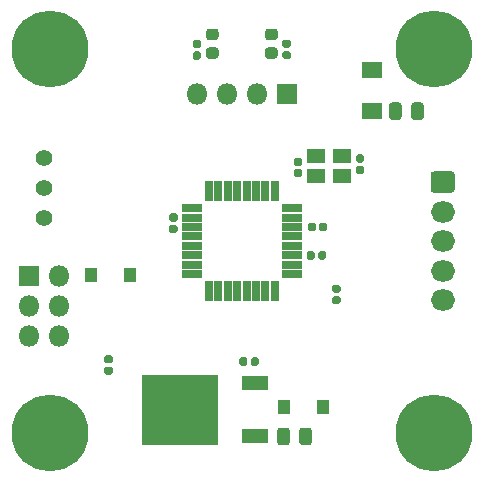
<source format=gbr>
G04 #@! TF.GenerationSoftware,KiCad,Pcbnew,(5.1.6-0-10_14)*
G04 #@! TF.CreationDate,2020-09-06T19:08:14+02:00*
G04 #@! TF.ProjectId,Tachometer pcb,54616368-6f6d-4657-9465-72207063622e,V2.0*
G04 #@! TF.SameCoordinates,Original*
G04 #@! TF.FileFunction,Soldermask,Top*
G04 #@! TF.FilePolarity,Negative*
%FSLAX46Y46*%
G04 Gerber Fmt 4.6, Leading zero omitted, Abs format (unit mm)*
G04 Created by KiCad (PCBNEW (5.1.6-0-10_14)) date 2020-09-06 19:08:14*
%MOMM*%
%LPD*%
G01*
G04 APERTURE LIST*
%ADD10R,6.500000X5.900000*%
%ADD11R,2.300000X1.300000*%
%ADD12C,1.408000*%
%ADD13R,1.000000X1.300000*%
%ADD14O,1.800000X1.800000*%
%ADD15R,1.800000X1.800000*%
%ADD16R,1.500000X1.300000*%
%ADD17R,1.800000X1.400000*%
%ADD18O,2.050000X1.800000*%
%ADD19R,0.650000X1.700000*%
%ADD20R,1.700000X0.650000*%
%ADD21C,0.900000*%
%ADD22C,6.500000*%
G04 APERTURE END LIST*
G36*
G01*
X159863500Y-122015250D02*
X159863500Y-121052750D01*
G75*
G02*
X160132250Y-120784000I268750J0D01*
G01*
X160669750Y-120784000D01*
G75*
G02*
X160938500Y-121052750I0J-268750D01*
G01*
X160938500Y-122015250D01*
G75*
G02*
X160669750Y-122284000I-268750J0D01*
G01*
X160132250Y-122284000D01*
G75*
G02*
X159863500Y-122015250I0J268750D01*
G01*
G37*
G36*
G01*
X157988500Y-122015250D02*
X157988500Y-121052750D01*
G75*
G02*
X158257250Y-120784000I268750J0D01*
G01*
X158794750Y-120784000D01*
G75*
G02*
X159063500Y-121052750I0J-268750D01*
G01*
X159063500Y-122015250D01*
G75*
G02*
X158794750Y-122284000I-268750J0D01*
G01*
X158257250Y-122284000D01*
G75*
G02*
X157988500Y-122015250I0J268750D01*
G01*
G37*
G36*
G01*
X155475000Y-115002500D02*
X155475000Y-115397500D01*
G75*
G02*
X155302500Y-115570000I-172500J0D01*
G01*
X154957500Y-115570000D01*
G75*
G02*
X154785000Y-115397500I0J172500D01*
G01*
X154785000Y-115002500D01*
G75*
G02*
X154957500Y-114830000I172500J0D01*
G01*
X155302500Y-114830000D01*
G75*
G02*
X155475000Y-115002500I0J-172500D01*
G01*
G37*
G36*
G01*
X156445000Y-115002500D02*
X156445000Y-115397500D01*
G75*
G02*
X156272500Y-115570000I-172500J0D01*
G01*
X155927500Y-115570000D01*
G75*
G02*
X155755000Y-115397500I0J172500D01*
G01*
X155755000Y-115002500D01*
G75*
G02*
X155927500Y-114830000I172500J0D01*
G01*
X156272500Y-114830000D01*
G75*
G02*
X156445000Y-115002500I0J-172500D01*
G01*
G37*
G36*
G01*
X164802500Y-98625000D02*
X165197500Y-98625000D01*
G75*
G02*
X165370000Y-98797500I0J-172500D01*
G01*
X165370000Y-99142500D01*
G75*
G02*
X165197500Y-99315000I-172500J0D01*
G01*
X164802500Y-99315000D01*
G75*
G02*
X164630000Y-99142500I0J172500D01*
G01*
X164630000Y-98797500D01*
G75*
G02*
X164802500Y-98625000I172500J0D01*
G01*
G37*
G36*
G01*
X164802500Y-97655000D02*
X165197500Y-97655000D01*
G75*
G02*
X165370000Y-97827500I0J-172500D01*
G01*
X165370000Y-98172500D01*
G75*
G02*
X165197500Y-98345000I-172500J0D01*
G01*
X164802500Y-98345000D01*
G75*
G02*
X164630000Y-98172500I0J172500D01*
G01*
X164630000Y-97827500D01*
G75*
G02*
X164802500Y-97655000I172500J0D01*
G01*
G37*
D10*
X149801000Y-119254000D03*
D11*
X156101000Y-116974000D03*
X156101000Y-121534000D03*
G36*
G01*
X161555000Y-103997500D02*
X161555000Y-103602500D01*
G75*
G02*
X161727500Y-103430000I172500J0D01*
G01*
X162072500Y-103430000D01*
G75*
G02*
X162245000Y-103602500I0J-172500D01*
G01*
X162245000Y-103997500D01*
G75*
G02*
X162072500Y-104170000I-172500J0D01*
G01*
X161727500Y-104170000D01*
G75*
G02*
X161555000Y-103997500I0J172500D01*
G01*
G37*
G36*
G01*
X160585000Y-103997500D02*
X160585000Y-103602500D01*
G75*
G02*
X160757500Y-103430000I172500J0D01*
G01*
X161102500Y-103430000D01*
G75*
G02*
X161275000Y-103602500I0J-172500D01*
G01*
X161275000Y-103997500D01*
G75*
G02*
X161102500Y-104170000I-172500J0D01*
G01*
X160757500Y-104170000D01*
G75*
G02*
X160585000Y-103997500I0J172500D01*
G01*
G37*
D12*
X138250000Y-103000000D03*
X138250000Y-97920000D03*
X138250000Y-100460000D03*
G36*
G01*
X158602500Y-88905000D02*
X158997500Y-88905000D01*
G75*
G02*
X159170000Y-89077500I0J-172500D01*
G01*
X159170000Y-89422500D01*
G75*
G02*
X158997500Y-89595000I-172500J0D01*
G01*
X158602500Y-89595000D01*
G75*
G02*
X158430000Y-89422500I0J172500D01*
G01*
X158430000Y-89077500D01*
G75*
G02*
X158602500Y-88905000I172500J0D01*
G01*
G37*
G36*
G01*
X158602500Y-87935000D02*
X158997500Y-87935000D01*
G75*
G02*
X159170000Y-88107500I0J-172500D01*
G01*
X159170000Y-88452500D01*
G75*
G02*
X158997500Y-88625000I-172500J0D01*
G01*
X158602500Y-88625000D01*
G75*
G02*
X158430000Y-88452500I0J172500D01*
G01*
X158430000Y-88107500D01*
G75*
G02*
X158602500Y-87935000I172500J0D01*
G01*
G37*
G36*
G01*
X151002500Y-88940000D02*
X151397500Y-88940000D01*
G75*
G02*
X151570000Y-89112500I0J-172500D01*
G01*
X151570000Y-89457500D01*
G75*
G02*
X151397500Y-89630000I-172500J0D01*
G01*
X151002500Y-89630000D01*
G75*
G02*
X150830000Y-89457500I0J172500D01*
G01*
X150830000Y-89112500D01*
G75*
G02*
X151002500Y-88940000I172500J0D01*
G01*
G37*
G36*
G01*
X151002500Y-87970000D02*
X151397500Y-87970000D01*
G75*
G02*
X151570000Y-88142500I0J-172500D01*
G01*
X151570000Y-88487500D01*
G75*
G02*
X151397500Y-88660000I-172500J0D01*
G01*
X151002500Y-88660000D01*
G75*
G02*
X150830000Y-88487500I0J172500D01*
G01*
X150830000Y-88142500D01*
G75*
G02*
X151002500Y-87970000I172500J0D01*
G01*
G37*
G36*
G01*
X149002500Y-103625000D02*
X149397500Y-103625000D01*
G75*
G02*
X149570000Y-103797500I0J-172500D01*
G01*
X149570000Y-104142500D01*
G75*
G02*
X149397500Y-104315000I-172500J0D01*
G01*
X149002500Y-104315000D01*
G75*
G02*
X148830000Y-104142500I0J172500D01*
G01*
X148830000Y-103797500D01*
G75*
G02*
X149002500Y-103625000I172500J0D01*
G01*
G37*
G36*
G01*
X149002500Y-102655000D02*
X149397500Y-102655000D01*
G75*
G02*
X149570000Y-102827500I0J-172500D01*
G01*
X149570000Y-103172500D01*
G75*
G02*
X149397500Y-103345000I-172500J0D01*
G01*
X149002500Y-103345000D01*
G75*
G02*
X148830000Y-103172500I0J172500D01*
G01*
X148830000Y-102827500D01*
G75*
G02*
X149002500Y-102655000I172500J0D01*
G01*
G37*
G36*
G01*
X161175000Y-106002500D02*
X161175000Y-106397500D01*
G75*
G02*
X161002500Y-106570000I-172500J0D01*
G01*
X160657500Y-106570000D01*
G75*
G02*
X160485000Y-106397500I0J172500D01*
G01*
X160485000Y-106002500D01*
G75*
G02*
X160657500Y-105830000I172500J0D01*
G01*
X161002500Y-105830000D01*
G75*
G02*
X161175000Y-106002500I0J-172500D01*
G01*
G37*
G36*
G01*
X162145000Y-106002500D02*
X162145000Y-106397500D01*
G75*
G02*
X161972500Y-106570000I-172500J0D01*
G01*
X161627500Y-106570000D01*
G75*
G02*
X161455000Y-106397500I0J172500D01*
G01*
X161455000Y-106002500D01*
G75*
G02*
X161627500Y-105830000I172500J0D01*
G01*
X161972500Y-105830000D01*
G75*
G02*
X162145000Y-106002500I0J-172500D01*
G01*
G37*
D13*
X142200000Y-107900000D03*
X145500000Y-107900000D03*
G36*
G01*
X152781250Y-87987500D02*
X152218750Y-87987500D01*
G75*
G02*
X151975000Y-87743750I0J243750D01*
G01*
X151975000Y-87256250D01*
G75*
G02*
X152218750Y-87012500I243750J0D01*
G01*
X152781250Y-87012500D01*
G75*
G02*
X153025000Y-87256250I0J-243750D01*
G01*
X153025000Y-87743750D01*
G75*
G02*
X152781250Y-87987500I-243750J0D01*
G01*
G37*
G36*
G01*
X152781250Y-89562500D02*
X152218750Y-89562500D01*
G75*
G02*
X151975000Y-89318750I0J243750D01*
G01*
X151975000Y-88831250D01*
G75*
G02*
X152218750Y-88587500I243750J0D01*
G01*
X152781250Y-88587500D01*
G75*
G02*
X153025000Y-88831250I0J-243750D01*
G01*
X153025000Y-89318750D01*
G75*
G02*
X152781250Y-89562500I-243750J0D01*
G01*
G37*
D14*
X139540000Y-113000000D03*
X137000000Y-113000000D03*
X139540000Y-110460000D03*
X137000000Y-110460000D03*
X139540000Y-107920000D03*
D15*
X137000000Y-107920000D03*
D16*
X163500000Y-99450000D03*
X161300000Y-99450000D03*
X161300000Y-97750000D03*
X163500000Y-97750000D03*
G36*
G01*
X143897500Y-115345000D02*
X143502500Y-115345000D01*
G75*
G02*
X143330000Y-115172500I0J172500D01*
G01*
X143330000Y-114827500D01*
G75*
G02*
X143502500Y-114655000I172500J0D01*
G01*
X143897500Y-114655000D01*
G75*
G02*
X144070000Y-114827500I0J-172500D01*
G01*
X144070000Y-115172500D01*
G75*
G02*
X143897500Y-115345000I-172500J0D01*
G01*
G37*
G36*
G01*
X143897500Y-116315000D02*
X143502500Y-116315000D01*
G75*
G02*
X143330000Y-116142500I0J172500D01*
G01*
X143330000Y-115797500D01*
G75*
G02*
X143502500Y-115625000I172500J0D01*
G01*
X143897500Y-115625000D01*
G75*
G02*
X144070000Y-115797500I0J-172500D01*
G01*
X144070000Y-116142500D01*
G75*
G02*
X143897500Y-116315000I-172500J0D01*
G01*
G37*
G36*
G01*
X157781250Y-87987500D02*
X157218750Y-87987500D01*
G75*
G02*
X156975000Y-87743750I0J243750D01*
G01*
X156975000Y-87256250D01*
G75*
G02*
X157218750Y-87012500I243750J0D01*
G01*
X157781250Y-87012500D01*
G75*
G02*
X158025000Y-87256250I0J-243750D01*
G01*
X158025000Y-87743750D01*
G75*
G02*
X157781250Y-87987500I-243750J0D01*
G01*
G37*
G36*
G01*
X157781250Y-89562500D02*
X157218750Y-89562500D01*
G75*
G02*
X156975000Y-89318750I0J243750D01*
G01*
X156975000Y-88831250D01*
G75*
G02*
X157218750Y-88587500I243750J0D01*
G01*
X157781250Y-88587500D01*
G75*
G02*
X158025000Y-88831250I0J-243750D01*
G01*
X158025000Y-89318750D01*
G75*
G02*
X157781250Y-89562500I-243750J0D01*
G01*
G37*
D17*
X166000000Y-90500000D03*
X166000000Y-94000000D03*
D18*
X172000000Y-110000000D03*
X172000000Y-107500000D03*
X172000000Y-105000000D03*
X172000000Y-102500000D03*
G36*
G01*
X171239706Y-99100000D02*
X172760294Y-99100000D01*
G75*
G02*
X173025000Y-99364706I0J-264706D01*
G01*
X173025000Y-100635294D01*
G75*
G02*
X172760294Y-100900000I-264706J0D01*
G01*
X171239706Y-100900000D01*
G75*
G02*
X170975000Y-100635294I0J264706D01*
G01*
X170975000Y-99364706D01*
G75*
G02*
X171239706Y-99100000I264706J0D01*
G01*
G37*
G36*
G01*
X163197500Y-109375000D02*
X162802500Y-109375000D01*
G75*
G02*
X162630000Y-109202500I0J172500D01*
G01*
X162630000Y-108857500D01*
G75*
G02*
X162802500Y-108685000I172500J0D01*
G01*
X163197500Y-108685000D01*
G75*
G02*
X163370000Y-108857500I0J-172500D01*
G01*
X163370000Y-109202500D01*
G75*
G02*
X163197500Y-109375000I-172500J0D01*
G01*
G37*
G36*
G01*
X163197500Y-110345000D02*
X162802500Y-110345000D01*
G75*
G02*
X162630000Y-110172500I0J172500D01*
G01*
X162630000Y-109827500D01*
G75*
G02*
X162802500Y-109655000I172500J0D01*
G01*
X163197500Y-109655000D01*
G75*
G02*
X163370000Y-109827500I0J-172500D01*
G01*
X163370000Y-110172500D01*
G75*
G02*
X163197500Y-110345000I-172500J0D01*
G01*
G37*
G36*
G01*
X168537500Y-93518750D02*
X168537500Y-94481250D01*
G75*
G02*
X168268750Y-94750000I-268750J0D01*
G01*
X167731250Y-94750000D01*
G75*
G02*
X167462500Y-94481250I0J268750D01*
G01*
X167462500Y-93518750D01*
G75*
G02*
X167731250Y-93250000I268750J0D01*
G01*
X168268750Y-93250000D01*
G75*
G02*
X168537500Y-93518750I0J-268750D01*
G01*
G37*
G36*
G01*
X170412500Y-93518750D02*
X170412500Y-94481250D01*
G75*
G02*
X170143750Y-94750000I-268750J0D01*
G01*
X169606250Y-94750000D01*
G75*
G02*
X169337500Y-94481250I0J268750D01*
G01*
X169337500Y-93518750D01*
G75*
G02*
X169606250Y-93250000I268750J0D01*
G01*
X170143750Y-93250000D01*
G75*
G02*
X170412500Y-93518750I0J-268750D01*
G01*
G37*
D14*
X151180000Y-92500000D03*
X153720000Y-92500000D03*
X156260000Y-92500000D03*
D15*
X158800000Y-92500000D03*
D13*
X161830000Y-119000000D03*
X158530000Y-119000000D03*
G36*
G01*
X159947500Y-98625000D02*
X159552500Y-98625000D01*
G75*
G02*
X159380000Y-98452500I0J172500D01*
G01*
X159380000Y-98107500D01*
G75*
G02*
X159552500Y-97935000I172500J0D01*
G01*
X159947500Y-97935000D01*
G75*
G02*
X160120000Y-98107500I0J-172500D01*
G01*
X160120000Y-98452500D01*
G75*
G02*
X159947500Y-98625000I-172500J0D01*
G01*
G37*
G36*
G01*
X159947500Y-99595000D02*
X159552500Y-99595000D01*
G75*
G02*
X159380000Y-99422500I0J172500D01*
G01*
X159380000Y-99077500D01*
G75*
G02*
X159552500Y-98905000I172500J0D01*
G01*
X159947500Y-98905000D01*
G75*
G02*
X160120000Y-99077500I0J-172500D01*
G01*
X160120000Y-99422500D01*
G75*
G02*
X159947500Y-99595000I-172500J0D01*
G01*
G37*
D19*
X157800000Y-109250000D03*
X157000000Y-109250000D03*
X156200000Y-109250000D03*
X155400000Y-109250000D03*
X154600000Y-109250000D03*
X153800000Y-109250000D03*
X153000000Y-109250000D03*
X152200000Y-109250000D03*
D20*
X150750000Y-107800000D03*
X150750000Y-107000000D03*
X150750000Y-106200000D03*
X150750000Y-105400000D03*
X150750000Y-104600000D03*
X150750000Y-103800000D03*
X150750000Y-103000000D03*
X150750000Y-102200000D03*
D19*
X152200000Y-100750000D03*
X153000000Y-100750000D03*
X153800000Y-100750000D03*
X154600000Y-100750000D03*
X155400000Y-100750000D03*
X156200000Y-100750000D03*
X157000000Y-100750000D03*
X157800000Y-100750000D03*
D20*
X159250000Y-102200000D03*
X159250000Y-103000000D03*
X159250000Y-103800000D03*
X159250000Y-104600000D03*
X159250000Y-105400000D03*
X159250000Y-106200000D03*
X159250000Y-107000000D03*
X159250000Y-107800000D03*
D21*
X140447056Y-119552944D03*
X138750000Y-118850000D03*
X137052944Y-119552944D03*
X136350000Y-121250000D03*
X137052944Y-122947056D03*
X138750000Y-123650000D03*
X140447056Y-122947056D03*
X141150000Y-121250000D03*
D22*
X138750000Y-121250000D03*
X171250000Y-121250000D03*
D21*
X173650000Y-121250000D03*
X172947056Y-122947056D03*
X171250000Y-123650000D03*
X169552944Y-122947056D03*
X168850000Y-121250000D03*
X169552944Y-119552944D03*
X171250000Y-118850000D03*
X172947056Y-119552944D03*
X172947056Y-87052944D03*
X171250000Y-86350000D03*
X169552944Y-87052944D03*
X168850000Y-88750000D03*
X169552944Y-90447056D03*
X171250000Y-91150000D03*
X172947056Y-90447056D03*
X173650000Y-88750000D03*
D22*
X171250000Y-88750000D03*
D21*
X140447056Y-87052944D03*
X138750000Y-86350000D03*
X137052944Y-87052944D03*
X136350000Y-88750000D03*
X137052944Y-90447056D03*
X138750000Y-91150000D03*
X140447056Y-90447056D03*
X141150000Y-88750000D03*
D22*
X138750000Y-88750000D03*
M02*

</source>
